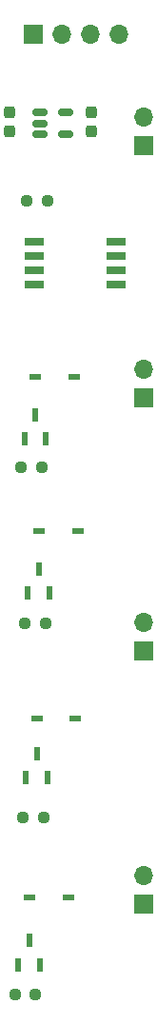
<source format=gbr>
%TF.GenerationSoftware,KiCad,Pcbnew,8.0.1*%
%TF.CreationDate,2025-01-22T20:34:06-07:00*%
%TF.ProjectId,VibrationBand,56696272-6174-4696-9f6e-42616e642e6b,rev?*%
%TF.SameCoordinates,Original*%
%TF.FileFunction,Soldermask,Top*%
%TF.FilePolarity,Negative*%
%FSLAX46Y46*%
G04 Gerber Fmt 4.6, Leading zero omitted, Abs format (unit mm)*
G04 Created by KiCad (PCBNEW 8.0.1) date 2025-01-22 20:34:06*
%MOMM*%
%LPD*%
G01*
G04 APERTURE LIST*
G04 Aperture macros list*
%AMRoundRect*
0 Rectangle with rounded corners*
0 $1 Rounding radius*
0 $2 $3 $4 $5 $6 $7 $8 $9 X,Y pos of 4 corners*
0 Add a 4 corners polygon primitive as box body*
4,1,4,$2,$3,$4,$5,$6,$7,$8,$9,$2,$3,0*
0 Add four circle primitives for the rounded corners*
1,1,$1+$1,$2,$3*
1,1,$1+$1,$4,$5*
1,1,$1+$1,$6,$7*
1,1,$1+$1,$8,$9*
0 Add four rect primitives between the rounded corners*
20,1,$1+$1,$2,$3,$4,$5,0*
20,1,$1+$1,$4,$5,$6,$7,0*
20,1,$1+$1,$6,$7,$8,$9,0*
20,1,$1+$1,$8,$9,$2,$3,0*%
G04 Aperture macros list end*
%ADD10RoundRect,0.237500X0.250000X0.237500X-0.250000X0.237500X-0.250000X-0.237500X0.250000X-0.237500X0*%
%ADD11R,1.111200X0.600800*%
%ADD12R,1.700000X0.650000*%
%ADD13R,1.700000X1.700000*%
%ADD14O,1.700000X1.700000*%
%ADD15R,0.558800X1.219200*%
%ADD16RoundRect,0.150000X-0.512500X-0.150000X0.512500X-0.150000X0.512500X0.150000X-0.512500X0.150000X0*%
%ADD17RoundRect,0.237500X0.237500X-0.300000X0.237500X0.300000X-0.237500X0.300000X-0.237500X-0.300000X0*%
%ADD18RoundRect,0.237500X-0.237500X0.300000X-0.237500X-0.300000X0.237500X-0.300000X0.237500X0.300000X0*%
%ADD19RoundRect,0.237500X-0.250000X-0.237500X0.250000X-0.237500X0.250000X0.237500X-0.250000X0.237500X0*%
G04 APERTURE END LIST*
D10*
%TO.C,R5*%
X109355000Y-135540000D03*
X107530000Y-135540000D03*
%TD*%
%TO.C,R1*%
X109910000Y-88670000D03*
X108085000Y-88670000D03*
%TD*%
D11*
%TO.C,D2*%
X113120000Y-94370000D03*
X109670000Y-94370000D03*
%TD*%
D12*
%TO.C,U1*%
X109235000Y-68610000D03*
X109235000Y-69880000D03*
X109235000Y-71150000D03*
X109235000Y-72420000D03*
X116535000Y-72420000D03*
X116535000Y-71150000D03*
X116535000Y-69880000D03*
X116535000Y-68610000D03*
%TD*%
D13*
%TO.C,J6*%
X119000000Y-127500000D03*
D14*
X119000000Y-124960000D03*
%TD*%
D11*
%TO.C,D4*%
X112280000Y-126950000D03*
X108830000Y-126950000D03*
%TD*%
%TO.C,D3*%
X112930000Y-111030000D03*
X109480000Y-111030000D03*
%TD*%
D13*
%TO.C,J7*%
X109170000Y-50090000D03*
D14*
X111710000Y-50090000D03*
X114250000Y-50090000D03*
X116790000Y-50090000D03*
%TD*%
D13*
%TO.C,J5*%
X119000000Y-105000000D03*
D14*
X119000000Y-102460000D03*
%TD*%
D15*
%TO.C,TR4*%
X107849000Y-132896800D03*
X109754000Y-132896800D03*
X108801500Y-130763200D03*
%TD*%
D13*
%TO.C,J2*%
X119000000Y-60000000D03*
D14*
X119000000Y-57460000D03*
%TD*%
D10*
%TO.C,R3*%
X110230000Y-102550000D03*
X108405000Y-102550000D03*
%TD*%
D16*
%TO.C,U2*%
X109740000Y-57100000D03*
X109740000Y-58050000D03*
X109740000Y-59000000D03*
X112015000Y-59000000D03*
X112015000Y-57100000D03*
%TD*%
D17*
%TO.C,C1*%
X107010000Y-58777500D03*
X107010000Y-57052500D03*
%TD*%
D15*
%TO.C,TR1*%
X108385000Y-86110000D03*
X110290000Y-86110000D03*
X109337500Y-83976400D03*
%TD*%
%TO.C,TR3*%
X108515000Y-116250000D03*
X110420000Y-116250000D03*
X109467500Y-114116400D03*
%TD*%
D10*
%TO.C,R4*%
X110070000Y-119810000D03*
X108245000Y-119810000D03*
%TD*%
D18*
%TO.C,C2*%
X114330000Y-57072500D03*
X114330000Y-58797500D03*
%TD*%
D19*
%TO.C,R2*%
X108570000Y-64990000D03*
X110395000Y-64990000D03*
%TD*%
D13*
%TO.C,J4*%
X119000000Y-82500000D03*
D14*
X119000000Y-79960000D03*
%TD*%
D11*
%TO.C,D1*%
X112790000Y-80620000D03*
X109340000Y-80620000D03*
%TD*%
D15*
%TO.C,TR2*%
X108699000Y-99826800D03*
X110604000Y-99826800D03*
X109651500Y-97693200D03*
%TD*%
M02*

</source>
